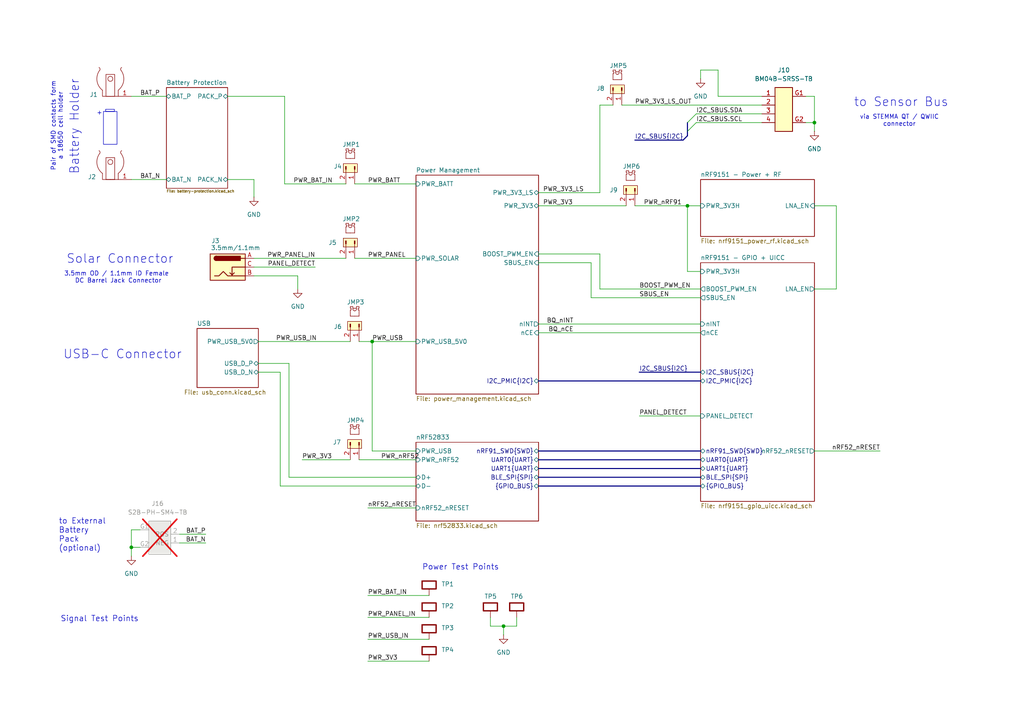
<source format=kicad_sch>
(kicad_sch (version 20250114) (generator "eeschema") (generator_version "9.0")
  (paper "A4")
  (title_block (title "Solar Powered Ribbit Network Frog Sensor") (date "2025-02-17") (rev "A"))
  (lib_symbols
    (symbol "DB:10129380-902001BLF" (pin_names (offset 1.016) (hide yes)) (exclude_from_sim yes)
      (property "Reference" "J" (at 0 2.54 0))
      (property "Value" "10129380-902001BLF" (at 0.762 -9.398 0))
      (symbol "10129380-902001BLF_1_1"
        (rectangle (start 0.508 -0.508) (end 3.048 -4.572) (fill (type background)))
        (rectangle (start 2.1336 -1.143) (end 1.27 -1.397) (stroke (width 0.1524)) (fill (type outline)))
        (rectangle (start 2.1336 -3.683) (end 1.27 -3.937) (stroke (width 0.1524)) (fill (type outline)))
        (polyline (pts (xy 2.54 -1.27) (xy 2.1336 -1.27)) (stroke (width 0.1524)))
        (polyline (pts (xy 2.54 -3.81) (xy 2.1336 -3.81)) (stroke (width 0.1524)))
        (pin passive line (at 6.35 -1.27 180) (length 3.81) (name "Pin_1") (number "1"))
        (pin passive line (at 6.35 -3.81 180) (length 3.81) (name "Pin_2") (number "2"))
      )
    )
    (symbol "DB:54-00125" (pin_names (hide yes)) (exclude_from_sim yes)
      (property "Reference" "J" (at 0 5.334 0))
      (property "Value" "3.5mm/1.1mm" (at 0 -5.08 0))
      (symbol "54-00125_0_1"
        (rectangle (start -5.08 3.81) (end 5.08 -3.81) (stroke (width 0.254)) (fill (type background)))
        (polyline (pts (xy -3.81 -2.54) (xy -2.54 -2.54) (xy -1.27 -1.27) (xy 0 -2.54) (xy 2.54 -2.54) (xy 5.08 -2.54)) (stroke (width 0.254)))
        (arc (start -3.302 1.905) (mid -3.9343 2.54) (end -3.302 3.175) (stroke (width 0.254)))
        (arc (start -3.302 1.905) (mid -3.9343 2.54) (end -3.302 3.175) (stroke (width 0.254)) (fill (type outline)))
        (polyline (pts (xy 1.27 -2.286) (xy 1.905 -1.651)) (stroke (width 0.254)))
        (rectangle (start 3.683 3.175) (end -3.302 1.905) (stroke (width 0.254)) (fill (type outline)))
        (polyline (pts (xy 5.08 2.54) (xy 3.81 2.54)) (stroke (width 0.254)))
        (polyline (pts (xy 5.08 0) (xy 1.27 0) (xy 1.27 -2.286) (xy 0.635 -1.651)) (stroke (width 0.254)))
      )
      (symbol "54-00125_1_1"
        (pin passive line (at 7.62 2.54 180) (length 2.54) (name "~") (number "A"))
        (pin passive line (at 7.62 0 180) (length 2.54) (name "~") (number "C"))
        (pin passive line (at 7.62 -2.54 180) (length 2.54) (name "~") (number "B"))
      )
    )
    (symbol "DB:BM04B-SRSS-TB" (pin_names (offset 1.016) (hide yes)) (exclude_from_sim yes)
      (property "Reference" "J" (at -1.27 8.89 0))
      (property "Value" "BM04B-SRSS-TB" (at -1.27 -6.35 0))
      (symbol "BM04B-SRSS-TB_1_1"
        (rectangle (start -1.27 7.62) (end 3.81 -5.08) (stroke (width 0.254)) (fill (type background)))
        (pin passive line (at -5.08 5.08 0) (length 3.81) (name "1") (number "1"))
        (pin passive line (at -5.08 2.54 0) (length 3.81) (name "2") (number "2"))
        (pin passive line (at -5.08 0 0) (length 3.81) (name "3") (number "3"))
        (pin passive line (at -5.08 -2.54 0) (length 3.81) (name "4") (number "4"))
        (pin passive line (at 7.62 5.08 180) (length 3.81) (name "G1") (number "G1"))
        (pin passive line (at 7.62 -2.54 180) (length 3.81) (name "G2") (number "G2"))
      )
    )
    (symbol "DB:KEYSTONE_254" (exclude_from_sim yes)
      (property "Reference" "J" (at 1.27 1.27 0))
      (property "Value" "KEYSTONE_254" (at 0 0 0))
      (symbol "KEYSTONE_254_0_1"
        (arc (start 2.032 -1.778) (mid 2.3168 -2.1064) (end 2.286 -2.54))
        (polyline (pts (xy 3.048 -8.382) (xy 3.048 -10.16) (xy 5.334 -10.16)))
        (rectangle (start 4.064 -3.81) (end 6.604 -10.16))
        (arc (start 8.38 -2.54) (mid 9.2089 -5.6188) (end 7.618 -8.382))
        (circle (center 5.334 -5.08) (radius 0.7184))
        (arc (start 3.048 -8.382) (mid 1.4571 -5.6188) (end 2.286 -2.54))
        (polyline (pts (xy 7.618 -8.382) (xy 7.618 -10.16) (xy 5.332 -10.16)))
        (arc (start 8.38 -2.54) (mid 8.3519 -2.1083) (end 8.634 -1.778))
      )
      (symbol "KEYSTONE_254_1_1"
        (pin passive line (at 11.43 -10.16 180) (length 3.81) (name "") (number "1"))
      )
    )
    (symbol "DB:QPC02SXGN-RC" (exclude_from_sim yes) (on_board no)
      (property "Reference" "JMP" (at 1.016 1.27 0))
      (property "Value" "QPC02SXGN-RC" (at 2.032 1.016 0))
      (symbol "QPC02SXGN-RC_0_1"
        (polyline (pts (xy 0 -1.016) (xy 0.254 -1.016) (xy 0.254 -0.508) (xy 0 -0.508) (xy 0 0) (xy 0.762 0) (xy 0.762 -0.762)))
        (polyline (pts (xy 0 -2.794) (xy 0 -1.016)))
        (polyline (pts (xy 0.762 -0.508) (xy 1.27 -0.508)))
        (arc (start 1.778 -0.762) (mid 1.6285 -1.1199) (end 1.27 -1.27))
        (arc (start 1.27 -1.27) (mid 0.9108 -1.1212) (end 0.762 -0.762))
        (polyline (pts (xy 1.27 -2.794) (xy 0 -2.794)))
        (polyline (pts (xy 1.27 -2.794) (xy 2.54 -2.794)))
        (polyline (pts (xy 1.778 -0.508) (xy 1.27 -0.508)))
        (polyline (pts (xy 2.54 -1.016) (xy 2.286 -1.016) (xy 2.286 -0.508) (xy 2.54 -0.508) (xy 2.54 0) (xy 1.778 0) (xy 1.778 -0.762)))
        (polyline (pts (xy 2.54 -2.794) (xy 2.54 -1.016)))
      )
    )
    (symbol "DB:RCWCTE" (pin_numbers (hide yes)) (pin_names (offset 0.762) (hide yes)) (exclude_from_sim yes)
      (property "Reference" "TP" (at 0 8.636 0))
      (property "Value" "RCWCTE" (at 0 6.858 0))
      (symbol "RCWCTE_0_1"
        (rectangle (start -2.032 4.826) (end 2.032 2.54) (stroke (width 0.381)))
      )
      (symbol "RCWCTE_1_1"
        (pin passive line (at 0 0.635 90) (length 1.905) (name "1") (number "1"))
      )
    )
    (symbol "DB:S2B-PH-SM4-TB" (exclude_from_sim yes)
      (property "Reference" "J" (at 0.508 1.016 0))
      (property "Value" "S2B-PH-SM4-TB" (at 0 -1.27 0))
      (symbol "S2B-PH-SM4-TB_1_1"
        (rectangle (start 0 0) (end 6.35 -9.652) (fill (type background)))
        (pin input line (at -2.54 -2.54 0) (length 2.54) (name "") (number "G1"))
        (pin input line (at -2.54 -7.62 0) (length 2.54) (name "") (number "G2"))
        (pin input line (at 8.89 -3.81 180) (length 2.54) (name "POS") (number "2"))
        (pin input line (at 8.89 -6.35 180) (length 2.54) (name "NEG") (number "1"))
      )
    )
    (symbol "power:GND" (power) (pin_numbers (hide yes)) (pin_names (offset 0) (hide yes))
      (property "Value" "GND" (at 0 -3.81 0))
      (symbol "GND_0_1"
        (polyline (pts (xy 0 0) (xy 0 -1.27) (xy 1.27 -1.27) (xy 0 -2.54) (xy -1.27 -1.27) (xy 0 -1.27)))
      )
      (symbol "GND_1_1"
        (pin power_in line (at 0 0 270) (length 0) (name "~") (number "1"))
      )
    )
  )
  (bus_alias "UART" (members "TX" "RX"))
  (rectangle (start 30.0025 32.3309) (end 33.9395 41.8559))
  (rectangle (start 30.6375 31.6959) (end 33.1775 32.3309))
  (text "Pair of SMD contacts form\na 18650 cell holder" (at 16.51 36.576 90) (effects (font (size 1.27 1.27))))
  (text "to External \nBattery \nPack\n(optional)\n" (at 17.018 155.194 0) (effects (font (size 1.6256 1.6256)) (justify left)))
  (text "Battery Holder\n" (at 21.59 36.83 90) (effects (font (size 2.54 2.54))))
  (text "+" (at 28.8595 32.8389 0) (effects (font (size 1.27 1.27))))
  (text "via STEMMA QT / QWIIC\nconnector" (at 260.858 35.052 0) (effects (font (size 1.27 1.27))))
  (text "Solar Connector" (at 34.798 75.184 0) (effects (font (size 2.54 2.54))))
  (text "to Sensor Bus" (at 261.366 29.718 0) (effects (font (size 2.54 2.54))))
  (text "Signal Test Points" (at 17.526 179.578 0) (effects (font (size 1.6256 1.6256)) (justify left)))
  (text "Power Test Points" (at 122.428 164.592 0) (effects (font (size 1.6256 1.6256)) (justify left)))
  (text "3.5mm OD / 1.1mm ID Female \nDC Barrel Jack Connector" (at 34.29 80.518 0) (effects (font (size 1.27 1.27))))
  (text "USB-C Connector\n" (at 35.56 102.87 0) (effects (font (size 2.54 2.54))))
  (junction (at 107.95 99.06))
  (junction (at 199.39 59.69))
  (junction (at 146.05 181.61))
  (junction (at 38.1 158.75))
  (junction (at 236.22 35.56))
  (bus_entry (at 199.39 35.56) (size 2.54 -2.54))
  (bus_entry (at 199.39 38.1) (size 2.54 -2.54))
  (wire (pts (xy 199.39 78.74) (xy 199.39 59.69)))
  (wire (pts (xy 149.86 181.61) (xy 146.05 181.61)))
  (wire (pts (xy 81.28 140.97) (xy 81.28 107.95)))
  (wire (pts (xy 81.28 140.97) (xy 120.65 140.97)))
  (bus (pts (xy 184.15 40.64) (xy 198.12 40.64)))
  (wire (pts (xy 83.82 105.41) (xy 83.82 138.43)))
  (wire (pts (xy 201.93 33.02) (xy 220.98 33.02)))
  (wire (pts (xy 236.22 27.94) (xy 236.22 35.56)))
  (wire (pts (xy 82.55 53.34) (xy 100.33 53.34)))
  (wire (pts (xy 38.1 153.67) (xy 38.1 158.75)))
  (wire (pts (xy 156.21 55.88) (xy 173.99 55.88)))
  (wire (pts (xy 104.14 133.35) (xy 120.65 133.35)))
  (wire (pts (xy 173.99 83.82) (xy 203.2 83.82)))
  (wire (pts (xy 156.21 93.98) (xy 203.2 93.98)))
  (bus (pts (xy 156.21 135.89) (xy 203.2 135.89)))
  (wire (pts (xy 106.68 172.72) (xy 124.46 172.72)))
  (wire (pts (xy 40.64 158.75) (xy 38.1 158.75)))
  (wire (pts (xy 40.64 153.67) (xy 38.1 153.67)))
  (wire (pts (xy 87.63 133.35) (xy 101.6 133.35)))
  (wire (pts (xy 236.22 35.56) (xy 236.22 38.1)))
  (bus (pts (xy 156.21 130.81) (xy 203.2 130.81)))
  (bus (pts (xy 156.21 110.49) (xy 203.2 110.49)))
  (wire (pts (xy 38.1 27.94) (xy 48.26 27.94)))
  (wire (pts (xy 203.2 22.86) (xy 203.2 20.32)))
  (wire (pts (xy 106.68 147.32) (xy 120.65 147.32)))
  (wire (pts (xy 102.87 74.93) (xy 120.65 74.93)))
  (wire (pts (xy 199.39 59.69) (xy 203.2 59.69)))
  (wire (pts (xy 52.07 154.94) (xy 59.69 154.94)))
  (wire (pts (xy 156.21 96.52) (xy 203.2 96.52)))
  (wire (pts (xy 173.99 83.82) (xy 173.99 73.66)))
  (wire (pts (xy 173.99 30.48) (xy 177.8 30.48)))
  (wire (pts (xy 171.45 86.36) (xy 203.2 86.36)))
  (wire (pts (xy 74.93 99.06) (xy 101.6 99.06)))
  (wire (pts (xy 208.28 20.32) (xy 208.28 27.94)))
  (wire (pts (xy 185.42 120.65) (xy 203.2 120.65)))
  (wire (pts (xy 156.21 59.69) (xy 181.61 59.69)))
  (wire (pts (xy 146.05 181.61) (xy 146.05 184.15)))
  (wire (pts (xy 74.93 107.95) (xy 81.28 107.95)))
  (wire (pts (xy 142.24 181.61) (xy 146.05 181.61)))
  (wire (pts (xy 233.68 27.94) (xy 236.22 27.94)))
  (wire (pts (xy 104.14 99.06) (xy 107.95 99.06)))
  (wire (pts (xy 74.93 105.41) (xy 83.82 105.41)))
  (wire (pts (xy 236.22 130.81) (xy 255.27 130.81)))
  (wire (pts (xy 107.95 99.06) (xy 120.65 99.06)))
  (wire (pts (xy 173.99 73.66) (xy 156.21 73.66)))
  (wire (pts (xy 236.22 83.82) (xy 242.57 83.82)))
  (wire (pts (xy 106.68 191.77) (xy 124.46 191.77)))
  (wire (pts (xy 83.82 138.43) (xy 120.65 138.43)))
  (wire (pts (xy 38.1 158.75) (xy 38.1 161.29)))
  (wire (pts (xy 201.93 35.56) (xy 220.98 35.56)))
  (wire (pts (xy 86.36 80.01) (xy 73.66 80.01)))
  (wire (pts (xy 73.66 74.93) (xy 100.33 74.93)))
  (bus (pts (xy 199.39 35.56) (xy 199.39 38.1)))
  (bus (pts (xy 199.39 38.1) (xy 199.39 39.37)))
  (wire (pts (xy 184.15 59.69) (xy 199.39 59.69)))
  (wire (pts (xy 38.1 52.07) (xy 48.26 52.07)))
  (wire (pts (xy 106.68 185.42) (xy 124.46 185.42)))
  (bus (pts (xy 199.39 39.37) (xy 198.12 40.64)))
  (wire (pts (xy 149.86 179.07) (xy 149.86 181.61)))
  (wire (pts (xy 82.55 27.94) (xy 82.55 53.34)))
  (wire (pts (xy 233.68 35.56) (xy 236.22 35.56)))
  (wire (pts (xy 203.2 78.74) (xy 199.39 78.74)))
  (wire (pts (xy 171.45 86.36) (xy 171.45 76.2)))
  (wire (pts (xy 52.07 157.48) (xy 59.69 157.48)))
  (wire (pts (xy 208.28 27.94) (xy 220.98 27.94)))
  (wire (pts (xy 242.57 59.69) (xy 236.22 59.69)))
  (bus (pts (xy 156.21 138.43) (xy 203.2 138.43)))
  (bus (pts (xy 185.42 107.95) (xy 203.2 107.95)))
  (wire (pts (xy 120.65 130.81) (xy 107.95 130.81)))
  (wire (pts (xy 242.57 83.82) (xy 242.57 59.69)))
  (wire (pts (xy 173.99 55.88) (xy 173.99 30.48)))
  (wire (pts (xy 73.66 77.47) (xy 91.44 77.47)))
  (wire (pts (xy 171.45 76.2) (xy 156.21 76.2)))
  (wire (pts (xy 86.36 83.82) (xy 86.36 80.01)))
  (bus (pts (xy 156.21 140.97) (xy 203.2 140.97)))
  (wire (pts (xy 66.04 27.94) (xy 82.55 27.94)))
  (bus (pts (xy 156.21 133.35) (xy 203.2 133.35)))
  (wire (pts (xy 180.34 30.48) (xy 220.98 30.48)))
  (wire (pts (xy 106.68 179.07) (xy 124.46 179.07)))
  (wire (pts (xy 203.2 20.32) (xy 208.28 20.32)))
  (wire (pts (xy 73.66 52.07) (xy 73.66 57.15)))
  (wire (pts (xy 107.95 130.81) (xy 107.95 99.06)))
  (wire (pts (xy 102.87 53.34) (xy 120.65 53.34)))
  (wire (pts (xy 66.04 52.07) (xy 73.66 52.07)))
  (wire (pts (xy 142.24 179.07) (xy 142.24 181.61)))
  (label "I2C_SBUS{I2C}" (at 184.15 40.64 0))
  (label "PWR_PANEL_IN" (at 106.68 179.07 0))
  (label "PWR_nRF91" (at 186.69 59.69 0))
  (label "PWR_nRF52" (at 110.49 133.35 0))
  (label "PWR_USB_IN" (at 80.01 99.06 0))
  (label "I2C_SBUS.SDA" (at 201.93 33.02 0))
  (label "PWR_3V3" (at 87.63 133.35 0))
  (label "PWR_PANEL_IN" (at 91.44 74.93 180))
  (label "BQ_nINT" (at 166.37 93.98 180))
  (label "BAT_P" (at 59.69 154.94 180))
  (label "PWR_3V3" (at 106.68 191.77 0))
  (label "I2C_SBUS{I2C}" (at 185.42 107.95 0))
  (label "I2C_SBUS.SCL" (at 201.93 35.56 0))
  (label "PWR_USB" (at 107.95 99.06 0))
  (label "PWR_PANEL" (at 106.68 74.93 0))
  (label "PWR_BATT" (at 106.68 53.34 0))
  (label "PWR_BAT_IN" (at 106.68 172.72 0))
  (label "PWR_3V3_LS_OUT" (at 184.15 30.48 0))
  (label "PWR_3V3_LS" (at 157.48 55.88 0))
  (label "nRF52_nRESET" (at 106.68 147.32 0))
  (label "PWR_3V3" (at 157.48 59.69 0))
  (label "BOOST_PWM_EN" (at 185.42 83.82 0))
  (label "PANEL_DETECT" (at 185.42 120.65 0))
  (label "BAT_N" (at 40.64 52.07 0))
  (label "BAT_P" (at 40.64 27.94 0))
  (label "nRF52_nRESET" (at 255.27 130.81 180))
  (label "SBUS_EN" (at 185.42 86.36 0))
  (label "BQ_nCE" (at 166.37 96.52 180))
  (label "PANEL_DETECT" (at 91.44 77.47 180))
  (label "PWR_BAT_IN" (at 85.09 53.34 0))
  (label "BAT_N" (at 59.69 157.48 180))
  (label "PWR_USB_IN" (at 106.68 185.42 0))
  (symbol (lib_id "DB:10129380-902001BLF") (at 104.14 68.58 270) (unit 1) (exclude_from_sim yes)
    (property "Reference" "J5" (at 95.25 70.358 90) (effects (justify left)))
    (property "Value" "10129380-902001BLF" (effects (hide yes)))
    (property "Footprint" "footprints:PinHeader_1x02_P2.54mm_Vertical_SMD_Pin1Left" (effects (hide yes)))
    (property "Datasheet" "http://parts.djgood.ca/en/part/129/info" (effects (hide yes)))
    (property "Description" "Connector Header Surface Mount 2 position 0.100\" (2.54mm)" (effects (hide yes)))
    (property "Category" "Connectors/Rectangular Connectors/Male Pins" (effects (hide yes)))
    (property "MPN" "10129380-902001BLF" (effects (hide yes)))
    (property "Manufacturer" "Amphenol ICC (FCI)" (effects (hide yes)))
    (property "Manufacturing Status" "Active" (effects (hide yes)))
    (property "Part-DB ID" "129" (effects (hide yes)))
  )
  (symbol (lib_id "DB:S2B-PH-SM4-TB") (at 43.18 151.13 0) (unit 1) (exclude_from_sim yes) (dnp yes)
    (property "Reference" "J16" (at 45.72 146.05 0))
    (property "Value" "S2B-PH-SM4-TB" (at 45.72 148.59 0))
    (property "Footprint" "footprints:JST_PH_S2B-PH-SM4-TB_1x02-1MP_P2.00mm_Horizontal" (effects (hide yes)))
    (property "Datasheet" "http://parts.djgood.ca/en/part/125/info" (effects (hide yes)))
    (property "Description" "Connector Header Surface Mount, Right Angle 2 position 0.079\" (2.00mm)" (effects (hide yes)))
    (property "Category" "Connectors/Power Connectors" (effects (hide yes)))
    (property "MPN" "S2B-PH-SM4-TB" (effects (hide yes)))
    (property "Manufacturer" "JST Sales America Inc." (effects (hide yes)))
    (property "Manufacturing Status" "Active" (effects (hide yes)))
    (property "Part-DB ID" "125" (effects (hide yes)))
  )
  (symbol (lib_id "DB:QPC02SXGN-RC") (at 101.6 88.9 0) (unit 1) (exclude_from_sim yes) (on_board no)
    (property "Reference" "JMP3" (at 100.584 87.63 0) (effects (justify left)))
    (property "Value" "QPC02SXGN-RC" (effects (hide yes)))
    (property "Datasheet" "http://parts.djgood.ca/en/part/126/info" (effects (hide yes)))
    (property "Description" "2 (1 x 2) Position Shunt Connector Black Open Top 0.100\" (2.54mm) Gold" (effects (hide yes)))
    (property "Category" "Connectors/Jumpers" (effects (hide yes)))
    (property "MPN" "QPC02SXGN-RC" (effects (hide yes)))
    (property "Manufacturer" "Sullins Connector Solutions" (effects (hide yes)))
    (property "Manufacturing Status" "Active" (effects (hide yes)))
    (property "Part-DB ID" "126" (effects (hide yes)))
  )
  (symbol (lib_id "DB:RCWCTE") (at 124.46 192.405 0) (unit 1) (exclude_from_sim yes)
    (property "Reference" "TP4" (at 128.016 188.468 0) (effects (justify left)))
    (property "Value" "RCWCTE" (effects (hide yes)))
    (property "Footprint" "footprints:KOA_TEST_POINT_1206" (effects (hide yes)))
    (property "Datasheet" "http://parts.djgood.ca/en/part/130/info" (effects (hide yes)))
    (property "Description" "PC Test Point Plating Surface Mount Mounting Type" (effects (hide yes)))
    (property "Category" "Connectors/Test Points" (effects (hide yes)))
    (property "MPN" "RCWCTE" (effects (hide yes)))
    (property "Manufacturer" "KOA Speer Electronics, Inc." (effects (hide yes)))
    (property "Manufacturing Status" "Active" (effects (hide yes)))
    (property "Part-DB Footprint" "1206" (effects (hide yes)))
    (property "Part-DB ID" "130" (effects (hide yes)))
  )
  (symbol (lib_id "DB:10129380-902001BLF") (at 105.41 92.71 270) (unit 1) (exclude_from_sim yes)
    (property "Reference" "J6" (at 96.774 94.742 90) (effects (justify left)))
    (property "Value" "10129380-902001BLF" (effects (hide yes)))
    (property "Footprint" "footprints:PinHeader_1x02_P2.54mm_Vertical_SMD_Pin1Left" (effects (hide yes)))
    (property "Datasheet" "http://parts.djgood.ca/en/part/129/info" (effects (hide yes)))
    (property "Description" "Connector Header Surface Mount 2 position 0.100\" (2.54mm)" (effects (hide yes)))
    (property "Category" "Connectors/Rectangular Connectors/Male Pins" (effects (hide yes)))
    (property "MPN" "10129380-902001BLF" (effects (hide yes)))
    (property "Manufacturer" "Amphenol ICC (FCI)" (effects (hide yes)))
    (property "Manufacturing Status" "Active" (effects (hide yes)))
    (property "Part-DB ID" "129" (effects (hide yes)))
  )
  (symbol (lib_id "DB:BM04B-SRSS-TB") (at 226.06 33.02 0) (unit 1) (exclude_from_sim yes)
    (property "Reference" "J10" (at 227.33 20.32 0))
    (property "Value" "BM04B-SRSS-TB" (at 227.33 22.86 0))
    (property "Footprint" "footprints:JST_SH_BM04B-SRSS-TB" (effects (hide yes)))
    (property "Datasheet" "http://parts.djgood.ca/en/part/102/info" (effects (hide yes)))
    (property "Description" "Connector Header Surface Mount 4 position 0.039\" (1.00mm)" (effects (hide yes)))
    (property "Category" "Connectors/Rectangular Connectors/Male Pins" (effects (hide yes)))
    (property "MPN" "BM04B-SRSS-TB" (effects (hide yes)))
    (property "Manufacturer" "JST Sales America Inc." (effects (hide yes)))
    (property "Manufacturing Status" "Active" (effects (hide yes)))
    (property "Part-DB ID" "102" (effects (hide yes)))
  )
  (symbol (lib_id "DB:KEYSTONE_254") (at 26.67 17.78 0) (unit 1) (exclude_from_sim yes)
    (property "Reference" "J1" (at 27.178 27.432 0))
    (property "Value" "KEYSTONE_254" (effects (hide yes)))
    (property "Footprint" "footprints:KEYSTONE_254" (effects (hide yes)))
    (property "Datasheet" "http://parts.djgood.ca/en/part/128/info" (effects (hide yes)))
    (property "Description" "Battery Contact Clip 18650 1 Cell SMD (SMT) Tab" (effects (hide yes)))
    (property "Category" "Connectors" (effects (hide yes)))
    (property "MPN" "254" (effects (hide yes)))
    (property "Manufacturer" "Keystone Electronics" (effects (hide yes)))
    (property "Manufacturing Status" "Active" (effects (hide yes)))
    (property "Part-DB ID" "128" (effects (hide yes)))
  )
  (symbol (lib_id "power:GND") (at 203.2 22.86 0) (mirror y) (unit 1)
    (property "Reference" "#PWR03" (effects (hide yes)))
    (property "Value" "GND" (at 203.2 27.94 0))
    (property "Description" "Power symbol creates a global label with name \"GND\" , ground" (effects (hide yes)))
  )
  (symbol (lib_id "power:GND") (at 73.66 57.15 0) (mirror y) (unit 1)
    (property "Reference" "#PWR01" (effects (hide yes)))
    (property "Value" "GND" (at 73.66 62.23 0))
    (property "Description" "Power symbol creates a global label with name \"GND\" , ground" (effects (hide yes)))
  )
  (symbol (lib_id "DB:10129380-902001BLF") (at 105.41 127 270) (unit 1) (exclude_from_sim yes)
    (property "Reference" "J7" (at 96.52 128.27 90) (effects (justify left)))
    (property "Value" "10129380-902001BLF" (effects (hide yes)))
    (property "Footprint" "footprints:PinHeader_1x02_P2.54mm_Vertical_SMD_Pin1Left" (effects (hide yes)))
    (property "Datasheet" "http://parts.djgood.ca/en/part/129/info" (effects (hide yes)))
    (property "Description" "Connector Header Surface Mount 2 position 0.100\" (2.54mm)" (effects (hide yes)))
    (property "Category" "Connectors/Rectangular Connectors/Male Pins" (effects (hide yes)))
    (property "MPN" "10129380-902001BLF" (effects (hide yes)))
    (property "Manufacturer" "Amphenol ICC (FCI)" (effects (hide yes)))
    (property "Manufacturing Status" "Active" (effects (hide yes)))
    (property "Part-DB ID" "129" (effects (hide yes)))
  )
  (symbol (lib_id "DB:QPC02SXGN-RC") (at 100.33 64.77 0) (unit 1) (exclude_from_sim yes) (on_board no)
    (property "Reference" "JMP2" (at 99.314 63.5 0) (effects (justify left)))
    (property "Value" "QPC02SXGN-RC" (effects (hide yes)))
    (property "Datasheet" "http://parts.djgood.ca/en/part/126/info" (effects (hide yes)))
    (property "Description" "2 (1 x 2) Position Shunt Connector Black Open Top 0.100\" (2.54mm) Gold" (effects (hide yes)))
    (property "Category" "Connectors/Jumpers" (effects (hide yes)))
    (property "MPN" "QPC02SXGN-RC" (effects (hide yes)))
    (property "Manufacturer" "Sullins Connector Solutions" (effects (hide yes)))
    (property "Manufacturing Status" "Active" (effects (hide yes)))
    (property "Part-DB ID" "126" (effects (hide yes)))
  )
  (symbol (lib_id "DB:10129380-902001BLF") (at 185.42 53.34 270) (unit 1) (exclude_from_sim yes)
    (property "Reference" "J9" (at 176.784 55.118 90) (effects (justify left)))
    (property "Value" "10129380-902001BLF" (effects (hide yes)))
    (property "Footprint" "footprints:PinHeader_1x02_P2.54mm_Vertical_SMD_Pin1Left" (effects (hide yes)))
    (property "Datasheet" "http://parts.djgood.ca/en/part/129/info" (effects (hide yes)))
    (property "Description" "Connector Header Surface Mount 2 position 0.100\" (2.54mm)" (effects (hide yes)))
    (property "Category" "Connectors/Rectangular Connectors/Male Pins" (effects (hide yes)))
    (property "MPN" "10129380-902001BLF" (effects (hide yes)))
    (property "Manufacturer" "Amphenol ICC (FCI)" (effects (hide yes)))
    (property "Manufacturing Status" "Active" (effects (hide yes)))
    (property "Part-DB ID" "129" (effects (hide yes)))
  )
  (symbol (lib_id "DB:RCWCTE") (at 124.46 186.055 0) (unit 1) (exclude_from_sim yes)
    (property "Reference" "TP3" (at 128.016 182.118 0) (effects (justify left)))
    (property "Value" "RCWCTE" (effects (hide yes)))
    (property "Footprint" "footprints:KOA_TEST_POINT_1206" (effects (hide yes)))
    (property "Datasheet" "http://parts.djgood.ca/en/part/130/info" (effects (hide yes)))
    (property "Description" "PC Test Point Plating Surface Mount Mounting Type" (effects (hide yes)))
    (property "Category" "Connectors/Test Points" (effects (hide yes)))
    (property "MPN" "RCWCTE" (effects (hide yes)))
    (property "Manufacturer" "KOA Speer Electronics, Inc." (effects (hide yes)))
    (property "Manufacturing Status" "Active" (effects (hide yes)))
    (property "Part-DB Footprint" "1206" (effects (hide yes)))
    (property "Part-DB ID" "130" (effects (hide yes)))
  )
  (symbol (lib_id "DB:QPC02SXGN-RC") (at 101.6 123.19 0) (unit 1) (exclude_from_sim yes) (on_board no)
    (property "Reference" "JMP4" (at 100.584 121.92 0) (effects (justify left)))
    (property "Value" "QPC02SXGN-RC" (effects (hide yes)))
    (property "Datasheet" "http://parts.djgood.ca/en/part/126/info" (effects (hide yes)))
    (property "Description" "2 (1 x 2) Position Shunt Connector Black Open Top 0.100\" (2.54mm) Gold" (effects (hide yes)))
    (property "Category" "Connectors/Jumpers" (effects (hide yes)))
    (property "MPN" "QPC02SXGN-RC" (effects (hide yes)))
    (property "Manufacturer" "Sullins Connector Solutions" (effects (hide yes)))
    (property "Manufacturing Status" "Active" (effects (hide yes)))
    (property "Part-DB ID" "126" (effects (hide yes)))
  )
  (symbol (lib_id "power:GND") (at 38.1 161.29 0) (mirror y) (unit 1)
    (property "Reference" "#PWR075" (effects (hide yes)))
    (property "Value" "GND" (at 38.1 166.37 0))
    (property "Description" "Power symbol creates a global label with name \"GND\" , ground" (effects (hide yes)))
  )
  (symbol (lib_id "power:GND") (at 236.22 38.1 0) (mirror y) (unit 1)
    (property "Reference" "#PWR04" (effects (hide yes)))
    (property "Value" "GND" (at 236.22 43.18 0))
    (property "Description" "Power symbol creates a global label with name \"GND\" , ground" (effects (hide yes)))
  )
  (symbol (lib_id "DB:QPC02SXGN-RC") (at 181.61 49.53 0) (unit 1) (exclude_from_sim yes) (on_board no)
    (property "Reference" "JMP6" (at 180.594 48.26 0) (effects (justify left)))
    (property "Value" "QPC02SXGN-RC" (effects (hide yes)))
    (property "Datasheet" "http://parts.djgood.ca/en/part/126/info" (effects (hide yes)))
    (property "Description" "2 (1 x 2) Position Shunt Connector Black Open Top 0.100\" (2.54mm) Gold" (effects (hide yes)))
    (property "Category" "Connectors/Jumpers" (effects (hide yes)))
    (property "MPN" "QPC02SXGN-RC" (effects (hide yes)))
    (property "Manufacturer" "Sullins Connector Solutions" (effects (hide yes)))
    (property "Manufacturing Status" "Active" (effects (hide yes)))
    (property "Part-DB ID" "126" (effects (hide yes)))
  )
  (symbol (lib_id "DB:RCWCTE") (at 124.46 173.355 0) (unit 1) (exclude_from_sim yes)
    (property "Reference" "TP1" (at 128.016 169.418 0) (effects (justify left)))
    (property "Value" "RCWCTE" (effects (hide yes)))
    (property "Footprint" "footprints:KOA_TEST_POINT_1206" (effects (hide yes)))
    (property "Datasheet" "http://parts.djgood.ca/en/part/130/info" (effects (hide yes)))
    (property "Description" "PC Test Point Plating Surface Mount Mounting Type" (effects (hide yes)))
    (property "Category" "Connectors/Test Points" (effects (hide yes)))
    (property "MPN" "RCWCTE" (effects (hide yes)))
    (property "Manufacturer" "KOA Speer Electronics, Inc." (effects (hide yes)))
    (property "Manufacturing Status" "Active" (effects (hide yes)))
    (property "Part-DB Footprint" "1206" (effects (hide yes)))
    (property "Part-DB ID" "130" (effects (hide yes)))
  )
  (symbol (lib_id "DB:QPC02SXGN-RC") (at 100.33 43.18 0) (unit 1) (exclude_from_sim yes) (on_board no)
    (property "Reference" "JMP1" (at 99.314 41.91 0) (effects (justify left)))
    (property "Value" "QPC02SXGN-RC" (effects (hide yes)))
    (property "Datasheet" "http://parts.djgood.ca/en/part/126/info" (effects (hide yes)))
    (property "Description" "2 (1 x 2) Position Shunt Connector Black Open Top 0.100\" (2.54mm) Gold" (effects (hide yes)))
    (property "Category" "Connectors/Jumpers" (effects (hide yes)))
    (property "MPN" "QPC02SXGN-RC" (effects (hide yes)))
    (property "Manufacturer" "Sullins Connector Solutions" (effects (hide yes)))
    (property "Manufacturing Status" "Active" (effects (hide yes)))
    (property "Part-DB ID" "126" (effects (hide yes)))
  )
  (symbol (lib_id "DB:QPC02SXGN-RC") (at 177.8 20.32 0) (unit 1) (exclude_from_sim yes) (on_board no)
    (property "Reference" "JMP5" (at 176.784 19.05 0) (effects (justify left)))
    (property "Value" "QPC02SXGN-RC" (effects (hide yes)))
    (property "Datasheet" "http://parts.djgood.ca/en/part/126/info" (effects (hide yes)))
    (property "Description" "2 (1 x 2) Position Shunt Connector Black Open Top 0.100\" (2.54mm) Gold" (effects (hide yes)))
    (property "Category" "Connectors/Jumpers" (effects (hide yes)))
    (property "MPN" "QPC02SXGN-RC" (effects (hide yes)))
    (property "Manufacturer" "Sullins Connector Solutions" (effects (hide yes)))
    (property "Manufacturing Status" "Active" (effects (hide yes)))
    (property "Part-DB ID" "126" (effects (hide yes)))
  )
  (symbol (lib_id "DB:54-00125") (at 66.04 77.47 0) (unit 1) (exclude_from_sim yes)
    (property "Reference" "J3" (at 62.484 69.85 0))
    (property "Value" "3.5mm/1.1mm" (at 68.326 71.882 0))
    (property "Footprint" "footprints:TENSILITY_54-00125" (effects (hide yes)))
    (property "Datasheet" "http://parts.djgood.ca/en/part/101/info" (effects (hide yes)))
    (property "Description" "Power Barrel Connector Jack 1.10mm ID (0.043\"), 3.50mm OD (0.138\") Through Hole, Right Angle" (effects (hide yes)))
    (property "Category" "Connectors/Power Connectors" (effects (hide yes)))
    (property "MPN" "54-00125" (effects (hide yes)))
    (property "Manufacturer" "Tensility International Corp" (effects (hide yes)))
    (property "Manufacturing Status" "Active" (effects (hide yes)))
    (property "Part-DB ID" "101" (effects (hide yes)))
  )
  (symbol (lib_id "DB:10129380-902001BLF") (at 104.14 46.99 270) (unit 1) (exclude_from_sim yes)
    (property "Reference" "J4" (at 96.774 48.26 90) (effects (justify left)))
    (property "Value" "10129380-902001BLF" (effects (hide yes)))
    (property "Footprint" "footprints:PinHeader_1x02_P2.54mm_Vertical_SMD_Pin1Left" (effects (hide yes)))
    (property "Datasheet" "http://parts.djgood.ca/en/part/129/info" (effects (hide yes)))
    (property "Description" "Connector Header Surface Mount 2 position 0.100\" (2.54mm)" (effects (hide yes)))
    (property "Category" "Connectors/Rectangular Connectors/Male Pins" (effects (hide yes)))
    (property "MPN" "10129380-902001BLF" (effects (hide yes)))
    (property "Manufacturer" "Amphenol ICC (FCI)" (effects (hide yes)))
    (property "Manufacturing Status" "Active" (effects (hide yes)))
    (property "Part-DB ID" "129" (effects (hide yes)))
  )
  (symbol (lib_id "DB:RCWCTE") (at 149.86 179.705 0) (unit 1) (exclude_from_sim yes)
    (property "Reference" "TP6" (at 148.082 172.974 0) (effects (justify left)))
    (property "Value" "RCWCTE" (effects (hide yes)))
    (property "Footprint" "footprints:KOA_TEST_POINT_1206" (effects (hide yes)))
    (property "Datasheet" "http://parts.djgood.ca/en/part/130/info" (effects (hide yes)))
    (property "Description" "PC Test Point Plating Surface Mount Mounting Type" (effects (hide yes)))
    (property "Category" "Connectors/Test Points" (effects (hide yes)))
    (property "MPN" "RCWCTE" (effects (hide yes)))
    (property "Manufacturer" "KOA Speer Electronics, Inc." (effects (hide yes)))
    (property "Manufacturing Status" "Active" (effects (hide yes)))
    (property "Part-DB Footprint" "1206" (effects (hide yes)))
    (property "Part-DB ID" "130" (effects (hide yes)))
  )
  (symbol (lib_id "DB:RCWCTE") (at 124.46 179.705 0) (unit 1) (exclude_from_sim yes)
    (property "Reference" "TP2" (at 128.016 175.768 0) (effects (justify left)))
    (property "Value" "RCWCTE" (effects (hide yes)))
    (property "Footprint" "footprints:KOA_TEST_POINT_1206" (effects (hide yes)))
    (property "Datasheet" "http://parts.djgood.ca/en/part/130/info" (effects (hide yes)))
    (property "Description" "PC Test Point Plating Surface Mount Mounting Type" (effects (hide yes)))
    (property "Category" "Connectors/Test Points" (effects (hide yes)))
    (property "MPN" "RCWCTE" (effects (hide yes)))
    (property "Manufacturer" "KOA Speer Electronics, Inc." (effects (hide yes)))
    (property "Manufacturing Status" "Active" (effects (hide yes)))
    (property "Part-DB Footprint" "1206" (effects (hide yes)))
    (property "Part-DB ID" "130" (effects (hide yes)))
  )
  (symbol (lib_id "DB:KEYSTONE_254") (at 26.67 41.91 0) (unit 1) (exclude_from_sim yes)
    (property "Reference" "J2" (at 26.67 51.308 0))
    (property "Value" "KEYSTONE_254" (effects (hide yes)))
    (property "Footprint" "footprints:KEYSTONE_254" (effects (hide yes)))
    (property "Datasheet" "http://parts.djgood.ca/en/part/128/info" (effects (hide yes)))
    (property "Description" "Battery Contact Clip 18650 1 Cell SMD (SMT) Tab" (effects (hide yes)))
    (property "Category" "Connectors" (effects (hide yes)))
    (property "MPN" "254" (effects (hide yes)))
    (property "Manufacturer" "Keystone Electronics" (effects (hide yes)))
    (property "Manufacturing Status" "Active" (effects (hide yes)))
    (property "Part-DB ID" "128" (effects (hide yes)))
  )
  (symbol (lib_id "DB:10129380-902001BLF") (at 181.61 24.13 270) (unit 1) (exclude_from_sim yes)
    (property "Reference" "J8" (at 172.974 25.654 90) (effects (justify left)))
    (property "Value" "10129380-902001BLF" (effects (hide yes)))
    (property "Footprint" "footprints:PinHeader_1x02_P2.54mm_Vertical_SMD_Pin1Left" (effects (hide yes)))
    (property "Datasheet" "http://parts.djgood.ca/en/part/129/info" (effects (hide yes)))
    (property "Description" "Connector Header Surface Mount 2 position 0.100\" (2.54mm)" (effects (hide yes)))
    (property "Category" "Connectors/Rectangular Connectors/Male Pins" (effects (hide yes)))
    (property "MPN" "10129380-902001BLF" (effects (hide yes)))
    (property "Manufacturer" "Amphenol ICC (FCI)" (effects (hide yes)))
    (property "Manufacturing Status" "Active" (effects (hide yes)))
    (property "Part-DB ID" "129" (effects (hide yes)))
  )
  (symbol (lib_id "power:GND") (at 146.05 184.15 0) (mirror y) (unit 1)
    (property "Reference" "#PWR073" (effects (hide yes)))
    (property "Value" "GND" (at 146.05 189.23 0))
    (property "Description" "Power symbol creates a global label with name \"GND\" , ground" (effects (hide yes)))
  )
  (symbol (lib_id "power:GND") (at 86.36 83.82 0) (mirror y) (unit 1)
    (property "Reference" "#PWR02" (effects (hide yes)))
    (property "Value" "GND" (at 86.36 88.9 0))
    (property "Description" "Power symbol creates a global label with name \"GND\" , ground" (effects (hide yes)))
  )
  (symbol (lib_id "DB:RCWCTE") (at 142.24 179.705 0) (unit 1) (exclude_from_sim yes)
    (property "Reference" "TP5" (at 140.462 172.974 0) (effects (justify left)))
    (property "Value" "RCWCTE" (effects (hide yes)))
    (property "Footprint" "footprints:KOA_TEST_POINT_1206" (effects (hide yes)))
    (property "Datasheet" "http://parts.djgood.ca/en/part/130/info" (effects (hide yes)))
    (property "Description" "PC Test Point Plating Surface Mount Mounting Type" (effects (hide yes)))
    (property "Category" "Connectors/Test Points" (effects (hide yes)))
    (property "MPN" "RCWCTE" (effects (hide yes)))
    (property "Manufacturer" "KOA Speer Electronics, Inc." (effects (hide yes)))
    (property "Manufacturing Status" "Active" (effects (hide yes)))
    (property "Part-DB Footprint" "1206" (effects (hide yes)))
    (property "Part-DB ID" "130" (effects (hide yes)))
  )
  (sheet (at 120.65 128.27) (size 35.56 22.86) (stroke (width 0.1524))
    (property "Sheetname" "nRF52833" (at 120.65 127.5584 0) (effects (justify left bottom)))
    (property "Sheetfile" "nrf52833.kicad_sch" (at 120.65 151.7146 0) (effects (justify left top)))
    (pin "D+" bidirectional (at 120.65 138.43 180))
    (pin "D-" bidirectional (at 120.65 140.97 180))
    (pin "nRF91_SWD{SWD}" bidirectional (at 156.21 130.81 0))
    (pin "UART0{UART}" bidirectional (at 156.21 133.35 0))
    (pin "UART1{UART}" bidirectional (at 156.21 135.89 0))
    (pin "BLE_SPI{SPI}" bidirectional (at 156.21 138.43 0))
    (pin "PWR_nRF52" input (at 120.65 133.35 180))
    (pin "{GPIO_BUS}" bidirectional (at 156.21 140.97 0))
    (pin "nRF52_nRESET" input (at 120.65 147.32 180))
    (pin "PWR_USB" input (at 120.65 130.81 180))
  )
  (sheet (at 203.2 76.2) (size 33.02 69.215) (stroke (width 0.1524))
    (property "Sheetname" "nRF9151 - GPIO + UICC" (at 203.2 75.4884 0) (effects (justify left bottom)))
    (property "Sheetfile" "nrf9151_gpio_uicc.kicad_sch" (at 203.2 145.9996 0) (effects (justify left top)))
    (pin "LNA_EN" output (at 236.22 83.82 0))
    (pin "I2C_PMIC{I2C}" bidirectional (at 203.2 110.49 180))
    (pin "I2C_SBUS{I2C}" bidirectional (at 203.2 107.95 180))
    (pin "PWR_3V3H" input (at 203.2 78.74 180))
    (pin "SBUS_EN" output (at 203.2 86.36 180))
    (pin "BOOST_PWM_EN" output (at 203.2 83.82 180))
    (pin "nINT" input (at 203.2 93.98 180))
    (pin "nCE" output (at 203.2 96.52 180))
    (pin "PANEL_DETECT" input (at 203.2 120.65 180))
    (pin "UART0{UART}" bidirectional (at 203.2 133.35 180))
    (pin "{GPIO_BUS}" bidirectional (at 203.2 140.97 180))
    (pin "nRF52_nRESET" output (at 236.22 130.81 0))
    (pin "UART1{UART}" bidirectional (at 203.2 135.89 180))
    (pin "BLE_SPI{SPI}" bidirectional (at 203.2 138.43 180))
    (pin "nRF91_SWD{SWD}" bidirectional (at 203.2 130.81 180))
  )
  (sheet (at 48.26 25.4) (size 17.78 29.21) (stroke (width 0.1524))
    (property "Sheetname" "Battery Protection" (at 48.26 24.6884 0) (effects (justify left bottom)))
    (property "Sheetfile" "battery-protection.kicad_sch" (at 48.26 54.9914 0) (effects (font (size 0.762 0.762)) (justify left top)))
    (pin "BAT_N" bidirectional (at 48.26 52.07 180))
    (pin "BAT_P" bidirectional (at 48.26 27.94 180))
    (pin "PACK_N" bidirectional (at 66.04 52.07 0))
    (pin "PACK_P" bidirectional (at 66.04 27.94 0))
  )
  (sheet (at 120.65 50.8) (size 35.56 63.5) (stroke (width 0.1524))
    (property "Sheetname" "Power Management" (at 120.65 50.0884 0) (effects (justify left bottom)))
    (property "Sheetfile" "power_management.kicad_sch" (at 120.65 114.8846 0) (effects (justify left top)))
    (pin "PWR_USB_5V0" input (at 120.65 99.06 180))
    (pin "PWR_SOLAR" input (at 120.65 74.93 180))
    (pin "PWR_BATT" input (at 120.65 53.34 180))
    (pin "I2C_PMIC{I2C}" bidirectional (at 156.21 110.49 0))
    (pin "nINT" output (at 156.21 93.98 0))
    (pin "BOOST_PWM_EN" input (at 156.21 73.66 0))
    (pin "nCE" input (at 156.21 96.52 0))
    (pin "PWR_3V3_LS" bidirectional (at 156.21 55.88 0))
    (pin "SBUS_EN" input (at 156.21 76.2 0))
    (pin "PWR_3V3" bidirectional (at 156.21 59.69 0))
  )
  (sheet (at 57.15 95.2618) (size 17.78 17.145) (stroke (width 0.1524))
    (property "Sheetname" "USB" (at 57.15 94.5502 0) (effects (justify left bottom)))
    (property "Sheetfile" "usb_conn.kicad_sch" (at 53.34 113.0418 0) (effects (justify left top)))
    (pin "PWR_USB_5V0" output (at 74.93 99.06 0))
    (pin "USB_D_P" bidirectional (at 74.93 105.41 0))
    (pin "USB_D_N" bidirectional (at 74.93 107.95 0))
  )
  (sheet (at 203.2 52.07) (size 33.02 16.51) (stroke (width 0.1524))
    (property "Sheetname" "nRF9151 - Power + RF" (at 203.2 51.3584 0) (effects (justify left bottom)))
    (property "Sheetfile" "nrf9151_power_rf.kicad_sch" (at 203.2 69.1646 0) (effects (justify left top)))
    (pin "LNA_EN" input (at 236.22 59.69 0))
    (pin "PWR_3V3H" input (at 203.2 59.69 180))
  )
)
</source>
